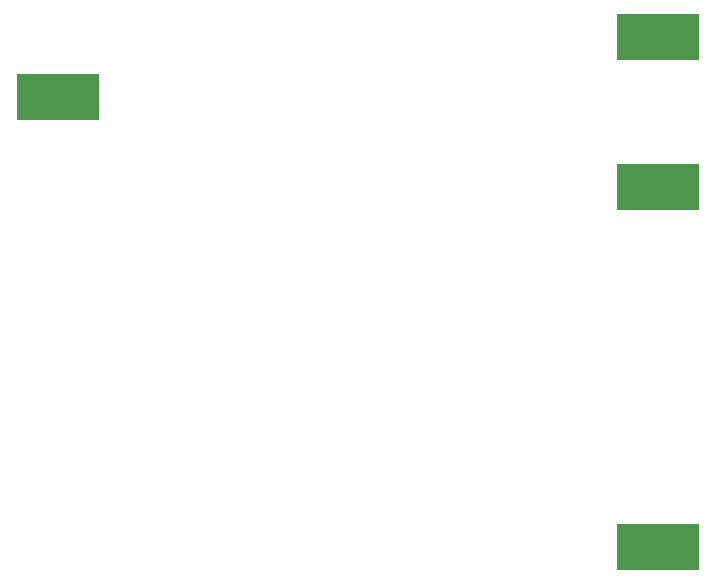
<source format=gtp>
G04 MADE WITH FRITZING*
G04 WWW.FRITZING.ORG*
G04 DOUBLE SIDED*
G04 HOLES PLATED*
G04 CONTOUR ON CENTER OF CONTOUR VECTOR*
%ASAXBY*%
%FSLAX23Y23*%
%MOIN*%
%OFA0B0*%
%SFA1.0B1.0*%
%ADD10R,0.275590X0.157480*%
%LNPASTEMASK1*%
G90*
G70*
G54D10*
X2422Y1516D03*
X422Y1816D03*
X2422Y2016D03*
X2422Y316D03*
G04 End of PasteMask1*
M02*
</source>
